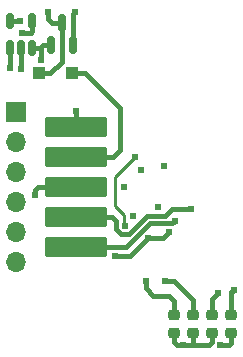
<source format=gbr>
%TF.GenerationSoftware,KiCad,Pcbnew,8.0.4-8.0.4-0~ubuntu22.04.1*%
%TF.CreationDate,2024-08-24T22:10:25-07:00*%
%TF.ProjectId,mag-encoder,6d61672d-656e-4636-9f64-65722e6b6963,0*%
%TF.SameCoordinates,Original*%
%TF.FileFunction,Copper,L1,Top*%
%TF.FilePolarity,Positive*%
%FSLAX46Y46*%
G04 Gerber Fmt 4.6, Leading zero omitted, Abs format (unit mm)*
G04 Created by KiCad (PCBNEW 8.0.4-8.0.4-0~ubuntu22.04.1) date 2024-08-24 22:10:25*
%MOMM*%
%LPD*%
G01*
G04 APERTURE LIST*
G04 Aperture macros list*
%AMRoundRect*
0 Rectangle with rounded corners*
0 $1 Rounding radius*
0 $2 $3 $4 $5 $6 $7 $8 $9 X,Y pos of 4 corners*
0 Add a 4 corners polygon primitive as box body*
4,1,4,$2,$3,$4,$5,$6,$7,$8,$9,$2,$3,0*
0 Add four circle primitives for the rounded corners*
1,1,$1+$1,$2,$3*
1,1,$1+$1,$4,$5*
1,1,$1+$1,$6,$7*
1,1,$1+$1,$8,$9*
0 Add four rect primitives between the rounded corners*
20,1,$1+$1,$2,$3,$4,$5,0*
20,1,$1+$1,$4,$5,$6,$7,0*
20,1,$1+$1,$6,$7,$8,$9,0*
20,1,$1+$1,$8,$9,$2,$3,0*%
G04 Aperture macros list end*
%TA.AperFunction,SMDPad,CuDef*%
%ADD10RoundRect,0.150000X0.150000X-0.512500X0.150000X0.512500X-0.150000X0.512500X-0.150000X-0.512500X0*%
%TD*%
%TA.AperFunction,SMDPad,CuDef*%
%ADD11RoundRect,0.218750X0.256250X-0.218750X0.256250X0.218750X-0.256250X0.218750X-0.256250X-0.218750X0*%
%TD*%
%TA.AperFunction,SMDPad,CuDef*%
%ADD12RoundRect,0.150000X0.150000X-0.587500X0.150000X0.587500X-0.150000X0.587500X-0.150000X-0.587500X0*%
%TD*%
%TA.AperFunction,SMDPad,CuDef*%
%ADD13RoundRect,0.121324X2.543676X-0.703676X2.543676X0.703676X-2.543676X0.703676X-2.543676X-0.703676X0*%
%TD*%
%TA.AperFunction,ComponentPad*%
%ADD14R,1.700000X1.700000*%
%TD*%
%TA.AperFunction,ComponentPad*%
%ADD15O,1.700000X1.700000*%
%TD*%
%TA.AperFunction,SMDPad,CuDef*%
%ADD16RoundRect,0.250000X-0.300000X-0.300000X0.300000X-0.300000X0.300000X0.300000X-0.300000X0.300000X0*%
%TD*%
%TA.AperFunction,ViaPad*%
%ADD17C,0.609600*%
%TD*%
%TA.AperFunction,Conductor*%
%ADD18C,0.381000*%
%TD*%
%TA.AperFunction,Conductor*%
%ADD19C,0.254000*%
%TD*%
G04 APERTURE END LIST*
D10*
%TO.P,U1,1*%
%TO.N,Net-(U3-MGH)*%
X220919000Y-111754500D03*
%TO.P,U1,2*%
%TO.N,Net-(U3-MGL)*%
X221869000Y-111754500D03*
%TO.P,U1,3,GND*%
%TO.N,GND*%
X222819000Y-111754500D03*
%TO.P,U1,4*%
%TO.N,Net-(R1-Pad1)*%
X222819000Y-109479500D03*
%TO.P,U1,5,VCC*%
%TO.N,+3.3V*%
X220919000Y-109479500D03*
%TD*%
D11*
%TO.P,D5,1,K*%
%TO.N,Net-(D5-K)*%
X239623600Y-135915500D03*
%TO.P,D5,2,A*%
%TO.N,+3.3V*%
X239623600Y-134340500D03*
%TD*%
%TO.P,D3,1,K*%
%TO.N,GND*%
X236423200Y-135915500D03*
%TO.P,D3,2,A*%
%TO.N,Net-(D3-A)*%
X236423200Y-134340500D03*
%TD*%
D12*
%TO.P,U2,1,GND*%
%TO.N,GND*%
X224348000Y-111554500D03*
%TO.P,U2,2,V_{OUT}*%
%TO.N,+3.3V*%
X226248000Y-111554500D03*
%TO.P,U2,3,V_{IN}*%
%TO.N,+5V*%
X225298000Y-109679500D03*
%TD*%
D13*
%TO.P,J2,1,Pin_1*%
%TO.N,GND*%
X226487800Y-118491000D03*
%TO.P,J2,2,Pin_2*%
%TO.N,+5V_IN*%
X226487800Y-121031000D03*
%TO.P,J2,3,Pin_3*%
%TO.N,/A*%
X226487800Y-123571000D03*
%TO.P,J2,4,Pin_4*%
%TO.N,/B*%
X226487800Y-126111000D03*
%TO.P,J2,5,Pin_5*%
%TO.N,/PWM*%
X226487800Y-128651000D03*
%TD*%
D11*
%TO.P,D4,1,K*%
%TO.N,GND*%
X238023400Y-135915500D03*
%TO.P,D4,2,A*%
%TO.N,Net-(D4-A)*%
X238023400Y-134340500D03*
%TD*%
D14*
%TO.P,J1,1,Pin_1*%
%TO.N,GND*%
X221411800Y-117221000D03*
D15*
%TO.P,J1,2,Pin_2*%
%TO.N,+3.3V*%
X221411800Y-119761000D03*
%TO.P,J1,3,Pin_3*%
%TO.N,/CS*%
X221411800Y-122301000D03*
%TO.P,J1,4,Pin_4*%
%TO.N,/MOSI*%
X221411800Y-124841000D03*
%TO.P,J1,5,Pin_5*%
%TO.N,/MISO*%
X221411800Y-127381000D03*
%TO.P,J1,6,Pin_6*%
%TO.N,/SCLK*%
X221411800Y-129921000D03*
%TD*%
D16*
%TO.P,D1,1,K*%
%TO.N,+5V*%
X223390000Y-113919000D03*
%TO.P,D1,2,A*%
%TO.N,+5V_IN*%
X226190000Y-113919000D03*
%TD*%
D11*
%TO.P,D2,1,K*%
%TO.N,GND*%
X234823000Y-135915500D03*
%TO.P,D2,2,A*%
%TO.N,Net-(D2-A)*%
X234823000Y-134340500D03*
%TD*%
D17*
%TO.N,+3.3V*%
X221767400Y-109474000D03*
X233464100Y-125260100D03*
X226441000Y-108712000D03*
X231317800Y-125984000D03*
X239867736Y-132217174D03*
%TO.N,GND*%
X226491800Y-117094000D03*
X232003600Y-122097800D03*
X223570800Y-112822900D03*
X230555800Y-123571000D03*
X233984800Y-121793000D03*
X235559600Y-136906000D03*
%TO.N,+5V*%
X224155000Y-108712000D03*
%TO.N,Net-(D4-A)*%
X238506000Y-132537200D03*
%TO.N,Net-(D2-A)*%
X232435400Y-131495800D03*
%TO.N,Net-(D3-A)*%
X234010200Y-131470400D03*
%TO.N,Net-(D5-K)*%
X238734600Y-136906000D03*
%TO.N,/A*%
X223062800Y-124206000D03*
%TO.N,/B*%
X236245400Y-125412501D03*
%TO.N,/PWM*%
X234911727Y-126377562D03*
%TO.N,Net-(R1-Pad1)*%
X221919800Y-110490000D03*
%TO.N,Net-(U3-MGH)*%
X229787594Y-129396300D03*
X234391200Y-127381000D03*
X232587800Y-127889000D03*
X220903800Y-113461800D03*
%TO.N,Net-(U3-MGL)*%
X221869000Y-113538000D03*
%TO.N,/MISO*%
X231495600Y-121031000D03*
X230657400Y-126822200D03*
%TD*%
D18*
%TO.N,+3.3V*%
X221761900Y-109479500D02*
X221767400Y-109474000D01*
X226248000Y-108905000D02*
X226248000Y-111554500D01*
X226441000Y-108712000D02*
X226248000Y-108905000D01*
X220919000Y-109479500D02*
X221761900Y-109479500D01*
X239623600Y-132461310D02*
X239867736Y-132217174D01*
X239623600Y-134340500D02*
X239623600Y-132461310D01*
%TO.N,GND*%
X236423200Y-136906000D02*
X235559600Y-136906000D01*
X223700100Y-111554500D02*
X223570800Y-111683800D01*
X237769400Y-136906000D02*
X236423200Y-136906000D01*
X234823000Y-136677400D02*
X235051600Y-136906000D01*
X234823000Y-135915500D02*
X234823000Y-136677400D01*
X238023400Y-135915500D02*
X238023400Y-136652000D01*
X226487800Y-117098000D02*
X226491800Y-117094000D01*
X235051600Y-136906000D02*
X235559600Y-136906000D01*
X223570800Y-111683800D02*
X223570800Y-112822900D01*
X223500100Y-111754500D02*
X223570800Y-111683800D01*
X222819000Y-111754500D02*
X223500100Y-111754500D01*
X236423200Y-135915500D02*
X236423200Y-136906000D01*
X238023400Y-136652000D02*
X237769400Y-136906000D01*
X226487800Y-118491000D02*
X226487800Y-117098000D01*
X224348000Y-111554500D02*
X223700100Y-111554500D01*
%TO.N,+5V*%
X224155000Y-108712000D02*
X224155000Y-109347000D01*
X223390000Y-113919000D02*
X224332800Y-113919000D01*
X224155000Y-109347000D02*
X224487500Y-109679500D01*
X224487500Y-109679500D02*
X225298000Y-109679500D01*
X225298000Y-112953800D02*
X225298000Y-109679500D01*
X224332800Y-113919000D02*
X225298000Y-112953800D01*
%TO.N,Net-(D4-A)*%
X238023400Y-134340500D02*
X238023400Y-133019800D01*
X238023400Y-133019800D02*
X238506000Y-132537200D01*
%TO.N,Net-(D2-A)*%
X234823000Y-133223000D02*
X234340400Y-132740400D01*
X234340400Y-132740400D02*
X233045000Y-132740400D01*
X232435400Y-132130800D02*
X232435400Y-131495800D01*
X234823000Y-134340500D02*
X234823000Y-133223000D01*
X233045000Y-132740400D02*
X232435400Y-132130800D01*
%TO.N,Net-(D3-A)*%
X236423200Y-133070600D02*
X234823000Y-131470400D01*
X234823000Y-131470400D02*
X234010200Y-131470400D01*
X236423200Y-134340500D02*
X236423200Y-133070600D01*
%TO.N,+5V_IN*%
X226190000Y-113919000D02*
X227253800Y-113919000D01*
X227253800Y-113919000D02*
X230200200Y-116865400D01*
X229616000Y-121031000D02*
X226487800Y-121031000D01*
X230200200Y-120446800D02*
X229616000Y-121031000D01*
X230200200Y-116865400D02*
X230200200Y-120446800D01*
%TO.N,Net-(D5-K)*%
X239623600Y-135915500D02*
X239623600Y-136728200D01*
X239445800Y-136906000D02*
X238734600Y-136906000D01*
X239623600Y-136728200D02*
X239445800Y-136906000D01*
%TO.N,/A*%
X223062800Y-123825000D02*
X223062800Y-124206000D01*
X223316800Y-123571000D02*
X223062800Y-123825000D01*
X226487800Y-123571000D02*
X223316800Y-123571000D01*
%TO.N,/B*%
X236245400Y-125412501D02*
X236232701Y-125425200D01*
X230962510Y-127558800D02*
X230352290Y-127558800D01*
X231394000Y-127127310D02*
X230962510Y-127558800D01*
X236232701Y-125425200D02*
X234619800Y-125425200D01*
X232507834Y-125996700D02*
X231394000Y-127110534D01*
X230352290Y-127558800D02*
X229920800Y-127127310D01*
X229920800Y-126441200D02*
X229590600Y-126111000D01*
X234619800Y-125425200D02*
X234048300Y-125996700D01*
X229920800Y-127127310D02*
X229920800Y-126441200D01*
X229590600Y-126111000D02*
X226487800Y-126111000D01*
X234048300Y-125996700D02*
X232507834Y-125996700D01*
X231394000Y-127110534D02*
X231394000Y-127127310D01*
%TO.N,/PWM*%
X234670289Y-126619000D02*
X232782376Y-126619000D01*
X234911727Y-126377562D02*
X234670289Y-126619000D01*
X230750376Y-128651000D02*
X226487800Y-128651000D01*
X232782376Y-126619000D02*
X230750376Y-128651000D01*
%TO.N,Net-(R1-Pad1)*%
X222819000Y-110352800D02*
X222681800Y-110490000D01*
X222681800Y-110490000D02*
X221919800Y-110490000D01*
X222819000Y-109479500D02*
X222819000Y-110352800D01*
%TO.N,Net-(U3-MGH)*%
X220919000Y-113446600D02*
X220903800Y-113461800D01*
X232587800Y-127889000D02*
X233883200Y-127889000D01*
X232587800Y-127889000D02*
X231787700Y-128689100D01*
X220919000Y-111754500D02*
X220919000Y-113446600D01*
X231080500Y-129396300D02*
X229787594Y-129396300D01*
X231787700Y-128689100D02*
X231080500Y-129396300D01*
X233883200Y-127889000D02*
X234391200Y-127381000D01*
%TO.N,Net-(U3-MGL)*%
X221869000Y-111754500D02*
X221869000Y-113538000D01*
D19*
%TO.N,/MISO*%
X229844600Y-125145800D02*
X230606600Y-125907800D01*
X229844600Y-122682000D02*
X229844600Y-125145800D01*
X230606600Y-125907800D02*
X230606600Y-126771400D01*
X230606600Y-126771400D02*
X230657400Y-126822200D01*
X231495600Y-121031000D02*
X229844600Y-122682000D01*
%TD*%
M02*

</source>
